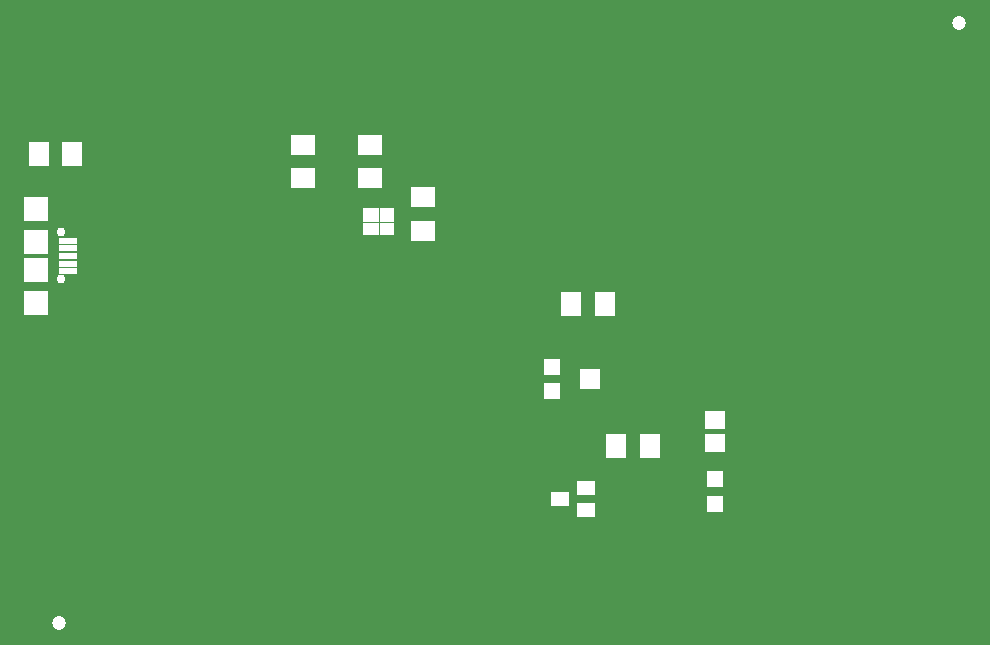
<source format=gts>
G04 EAGLE Gerber RS-274X export*
G75*
%MOMM*%
%FSLAX34Y34*%
%LPD*%
%INSoldermask Top*%
%IPNEG*%
%AMOC8*
5,1,8,0,0,1.08239X$1,22.5*%
G01*
%ADD10C,1.203200*%
%ADD11R,1.153200X1.053200*%
%ADD12R,1.353200X1.053200*%
%ADD13R,1.353200X1.173200*%
%ADD14R,1.153200X1.173200*%
%ADD15R,2.006200X1.803200*%
%ADD16R,2.003200X1.803200*%
%ADD17R,1.403200X1.403200*%
%ADD18R,1.703200X1.803200*%
%ADD19R,1.603200X1.203200*%
%ADD20R,1.703200X1.503200*%
%ADD21R,1.549400X0.584200*%
%ADD22R,2.103200X2.103200*%
%ADD23C,0.753200*%
%ADD24R,1.803200X2.006200*%


D10*
X130250Y-377750D03*
X892250Y130250D03*
D11*
X407300Y-44400D03*
D12*
X393800Y-44400D03*
D13*
X393800Y-32400D03*
D14*
X407300Y-32400D03*
D15*
X438150Y-17530D03*
X438150Y-45970D03*
D16*
X393700Y26700D03*
X393700Y-1300D03*
D17*
X547150Y-161450D03*
X547150Y-181450D03*
D18*
X579650Y-171450D03*
D19*
X554150Y-273050D03*
X576150Y-263550D03*
X576150Y-282550D03*
D17*
X685800Y-277200D03*
X685800Y-256200D03*
D20*
X685800Y-225400D03*
X685800Y-206400D03*
D21*
X137240Y-54310D03*
X137240Y-60810D03*
X137240Y-67310D03*
X137240Y-73810D03*
X137240Y-80310D03*
D22*
X110490Y-27810D03*
X110490Y-55310D03*
X110490Y-79310D03*
X110490Y-106810D03*
D23*
X131990Y-47310D03*
X131990Y-87310D03*
D15*
X336550Y26920D03*
X336550Y-1520D03*
D24*
X141220Y19050D03*
X112780Y19050D03*
X592070Y-107950D03*
X563630Y-107950D03*
X630170Y-228600D03*
X601730Y-228600D03*
M02*

</source>
